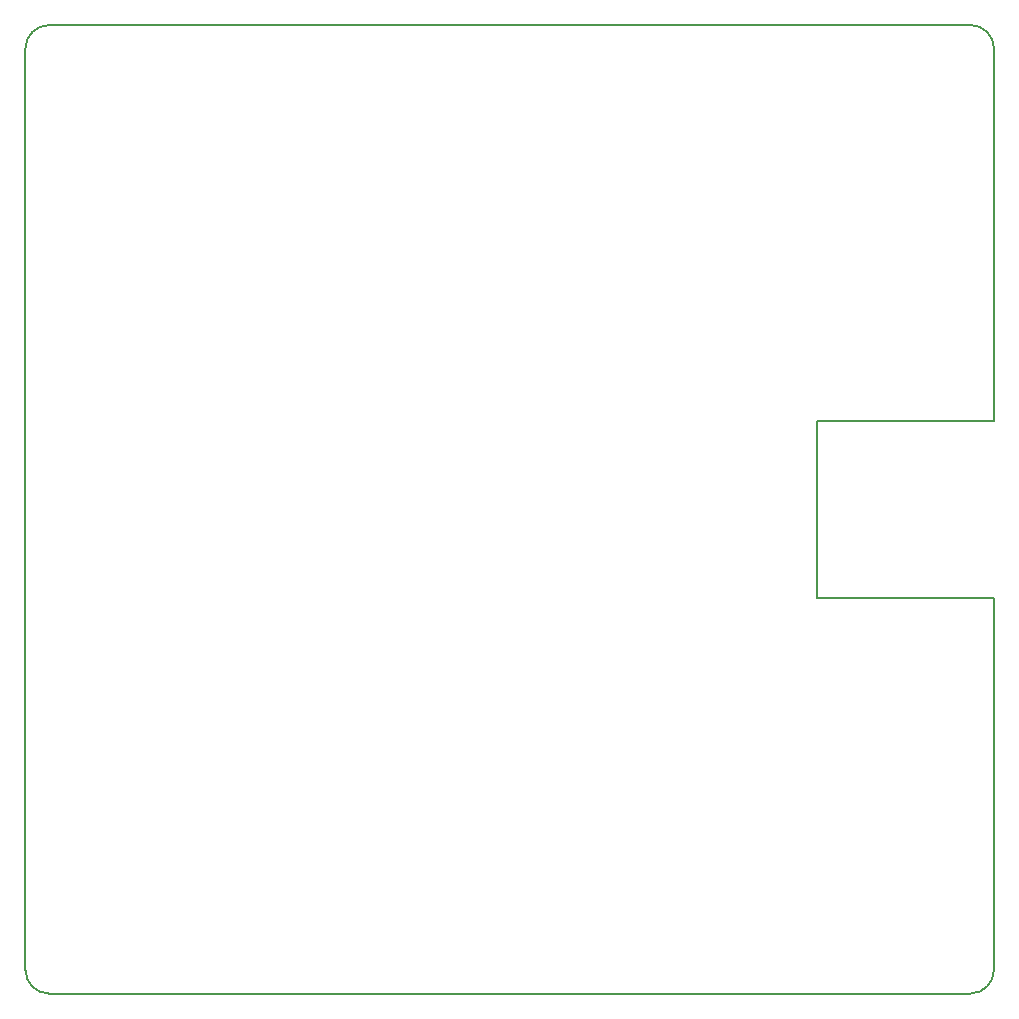
<source format=gbr>
G04 #@! TF.GenerationSoftware,KiCad,Pcbnew,(5.0.0)*
G04 #@! TF.CreationDate,2019-04-04T16:01:48-04:00*
G04 #@! TF.ProjectId,Radio Board,526164696F20426F6172642E6B696361,rev?*
G04 #@! TF.SameCoordinates,Original*
G04 #@! TF.FileFunction,Profile,NP*
%FSLAX46Y46*%
G04 Gerber Fmt 4.6, Leading zero omitted, Abs format (unit mm)*
G04 Created by KiCad (PCBNEW (5.0.0)) date 04/04/19 16:01:48*
%MOMM*%
%LPD*%
G01*
G04 APERTURE LIST*
%ADD10C,0.200000*%
G04 APERTURE END LIST*
D10*
X2000000Y-82000000D02*
G75*
G02X0Y-80000000I0J2000000D01*
G01*
X82000000Y-80000000D02*
G75*
G02X80000000Y-82000000I-2000000J0D01*
G01*
X80000000Y0D02*
G75*
G02X82000000Y-2000000I0J-2000000D01*
G01*
X0Y-2000000D02*
G75*
G02X2000000Y0I2000000J0D01*
G01*
X0Y-2000000D02*
X0Y-80000000D01*
X2000000Y-82000000D02*
X80000000Y-82000000D01*
X82000000Y-48500000D02*
X82000000Y-80000000D01*
X67000000Y-48500000D02*
X82000000Y-48500000D01*
X67000000Y-33500000D02*
X67000000Y-48500000D01*
X67000000Y-33500000D02*
X82000000Y-33500000D01*
X82000000Y-2000000D02*
X82000000Y-33500000D01*
X2000000Y0D02*
X80000000Y0D01*
M02*

</source>
